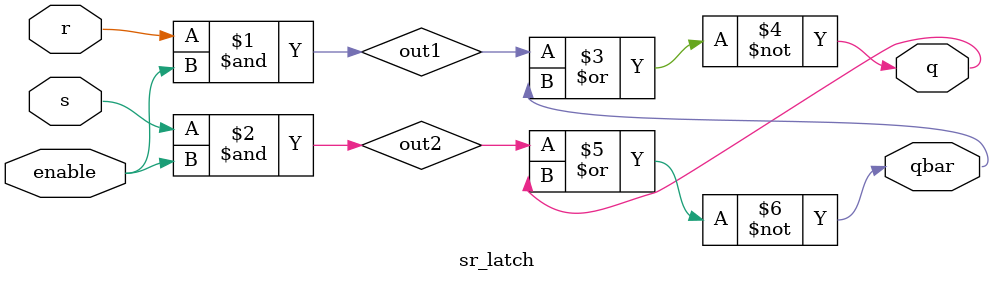
<source format=v>
module sr_latch (
	input enable,
	input s,
	input r,
	output q,
	output qbar
	);

wire out1,out2;

and a1 (out1,r,enable);
and a2 (out2,s,enable);
nor n1 (q,out1,qbar);
nor n2 (qbar,out2,q);

endmodule
</source>
